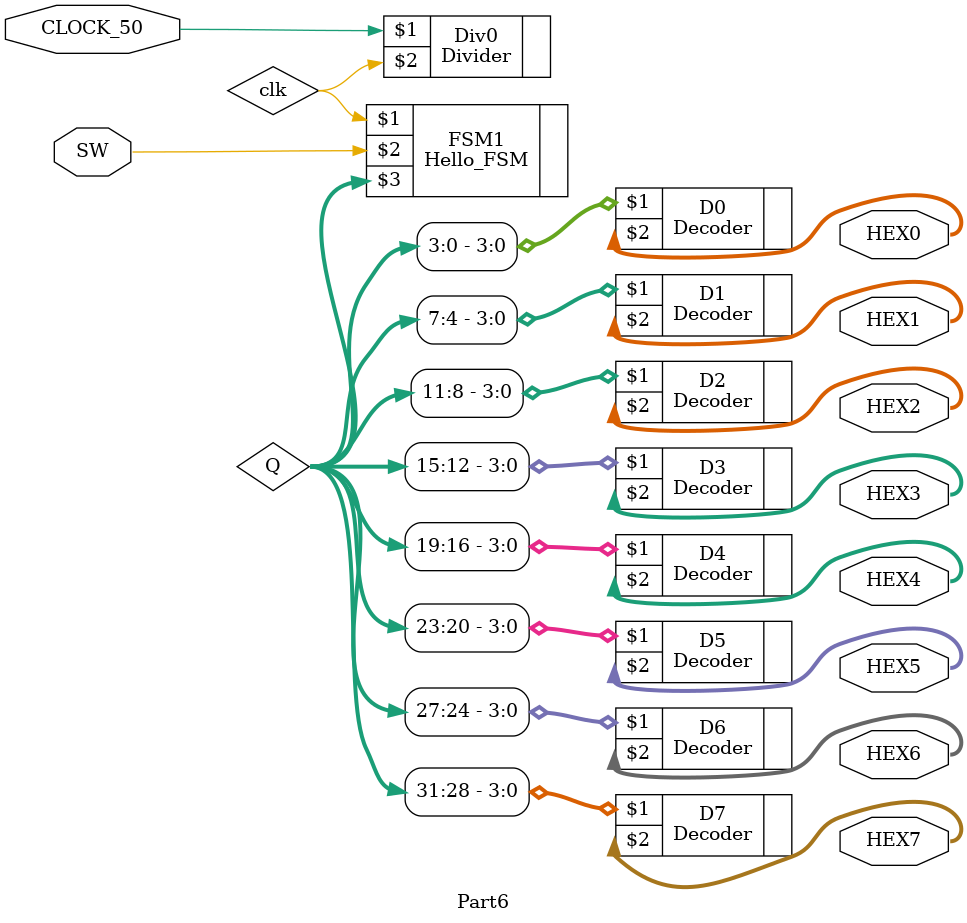
<source format=v>

module Part6( CLOCK_50, SW, HEX7, HEX6, HEX5, HEX4, HEX3, HEX2, HEX1, HEX0 );
	input [0:0]SW;  //synchronous reset
	input CLOCK_50; //50 MHz clock
	output [6:0]HEX7, HEX6, HEX5, HEX4, HEX3, HEX2, HEX1, HEX0;	//hex displays
	
	wire [31:0]Q;
	wire clk;
	
	Divider Div0 ( CLOCK_50, clk ); //turn 50 MHz clock into 1 Hz clock
	
	Hello_FSM FSM1 ( clk, SW[0], Q );	//instance of Hello_FSM module
	
	//decoders for each HEX display
	Decoder D0 ( Q[3:0],   HEX0 );
	Decoder D1 ( Q[7:4],   HEX1 );
	Decoder D2 ( Q[11:8],  HEX2 );
	Decoder D3 ( Q[15:12], HEX3 );
	Decoder D4 ( Q[19:16], HEX4 );
	Decoder D5 ( Q[23:20], HEX5 );
	Decoder D6 ( Q[27:24], HEX6 );
	Decoder D7 ( Q[31:28], HEX7 );
	
endmodule
	
</source>
